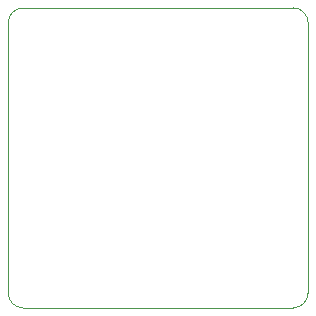
<source format=gko>
G04 #@! TF.FileFunction,Profile,NP*
%FSLAX46Y46*%
G04 Gerber Fmt 4.6, Leading zero omitted, Abs format (unit mm)*
G04 Created by KiCad (PCBNEW (2015-10-02 BZR 6238, Git 845638f)-product) date 05/10/2015 13:25:40*
%MOMM*%
G01*
G04 APERTURE LIST*
%ADD10C,0.100000*%
G04 APERTURE END LIST*
D10*
X80010000Y-71120000D02*
G75*
G03X78740000Y-72390000I0J-1270000D01*
G01*
X104140000Y-72390000D02*
G75*
G03X102870000Y-71120000I-1270000J0D01*
G01*
X102870000Y-96520000D02*
G75*
G03X104140000Y-95250000I0J1270000D01*
G01*
X78740000Y-95250000D02*
G75*
G03X80010000Y-96520000I1270000J0D01*
G01*
X78740000Y-72390000D02*
X78740000Y-95250000D01*
X104140000Y-95250000D02*
X104140000Y-72390000D01*
X80010000Y-96520000D02*
X102870000Y-96520000D01*
X80010000Y-71120000D02*
X102870000Y-71120000D01*
M02*

</source>
